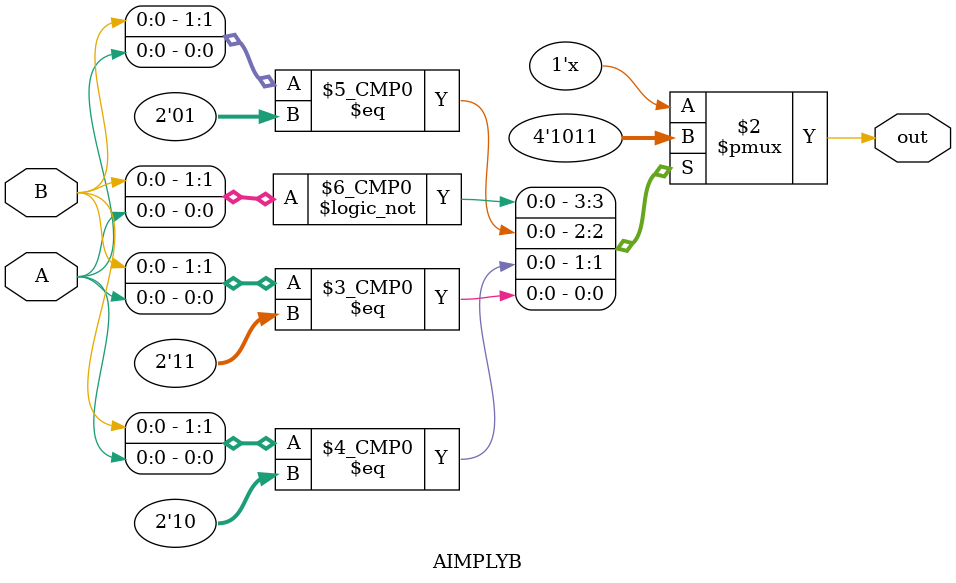
<source format=v>


module AIMPLYB(output out,input A,B);
always@(B,A)
 begin
  case({B,A})
   2'b00: {out} = 1'b1;
   2'b01: {out} = 1'b0;
   2'b10: {out} = 1'b1;
   2'b11: {out} = 1'b1;
  endcase
 end
endmodule


</source>
